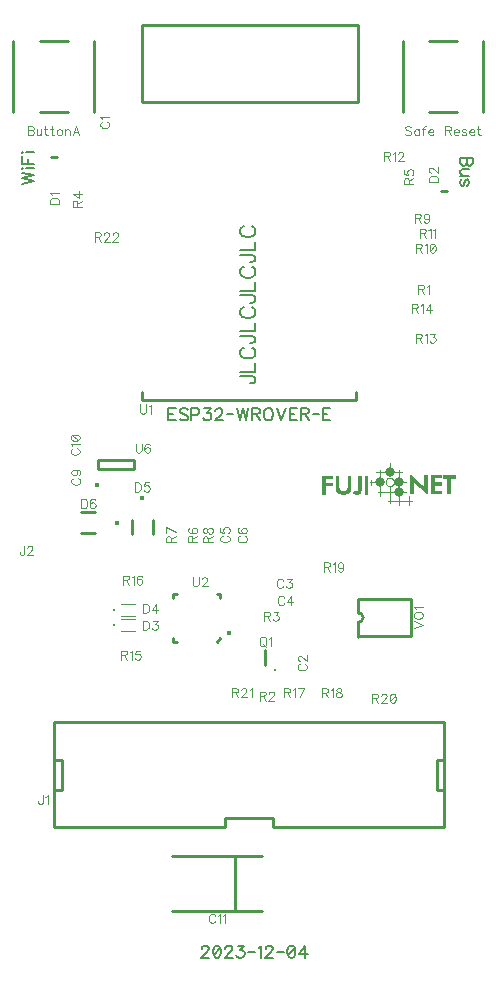
<source format=gbr>
G04 DipTrace 3.3.1.3*
G04 TopSilk.gbr*
%MOIN*%
G04 #@! TF.FileFunction,Legend,Top*
G04 #@! TF.Part,Single*
%ADD10C,0.009843*%
%ADD12C,0.003*%
%ADD14C,0.007874*%
%ADD23C,0.003937*%
%ADD25C,0.015746*%
%ADD27C,0.015762*%
%ADD34C,0.012503*%
%ADD43O,0.016153X0.01536*%
%ADD53C,0.015401*%
%ADD56O,0.032613X0.032485*%
%ADD57C,0.032568*%
%ADD121C,0.004632*%
%ADD122C,0.006176*%
%ADD123C,0.00772*%
%FSLAX26Y26*%
G04*
G70*
G90*
G75*
G01*
G04 TopSilk*
%LPD*%
X1242315Y603150D2*
D10*
X943107D1*
X1242315Y784252D2*
X943107D1*
X1151780Y603150D2*
Y784252D1*
X540133Y3114215D2*
X559810D1*
X1859790Y3001710D2*
X1840113D1*
X772982Y1575886D2*
D23*
X820223D1*
X772982Y1536516D2*
X820223D1*
D14*
X749361Y1556201D3*
X772983Y1625886D2*
D23*
X820224D1*
X772983Y1586516D2*
X820224D1*
D14*
X749363Y1606201D3*
X879289Y1905948D2*
D10*
Y1858716D1*
X808427Y1905948D2*
Y1858716D1*
D25*
X843858Y1978783D3*
X687173Y1860787D2*
D10*
X639940D1*
X687173Y1931649D2*
X639940D1*
D27*
X760007Y1896218D3*
X1849951Y1006151D2*
D10*
X1825251D1*
Y1106251D2*
Y1006151D1*
X1849951Y1106251D2*
X1825251D1*
X574651Y1006151D2*
X549951D1*
X574651Y1106251D2*
Y1006151D1*
Y1106251D2*
X549951D1*
Y1231201D2*
Y881201D1*
X1849951Y1231201D2*
Y881201D1*
Y1231201D2*
X549951D1*
X1280551Y911301D2*
Y881201D1*
Y911301D2*
X1119351D1*
Y881201D1*
X1849951D2*
X1280551D1*
X1119351D2*
X549951D1*
X1254037Y1420850D2*
Y1470856D1*
D34*
X1285218Y1405962D3*
X1798874Y3265405D2*
D10*
X1892614D1*
X1798874Y3502902D2*
X1892614D1*
X1711369Y3265405D2*
Y3502902D1*
X1980119Y3265405D2*
Y3502902D1*
X501020Y3265405D2*
X594760D1*
X501020Y3502902D2*
X594760D1*
X413515Y3265405D2*
Y3502902D1*
X682264Y3265405D2*
Y3502902D1*
X842603Y3556190D2*
X1561311D1*
Y3299940D1*
X842603D1*
Y3556190D1*
Y2331566D2*
Y2306566D1*
X1480109Y2306191D1*
X1555106Y2306566D2*
Y2331566D1*
Y2306566D2*
X1461341D1*
X1103695Y1512219D2*
X1091904Y1500411D1*
X1103695Y1657888D2*
X1091904D1*
X1103695D2*
Y1646080D1*
X946155Y1657888D2*
Y1646080D1*
Y1657888D2*
X957987D1*
X946155Y1500411D2*
Y1512219D1*
Y1500411D2*
X957987D1*
D43*
X1131052Y1530132D3*
D53*
X691787Y2020826D3*
X697050Y2074892D2*
D10*
X815157D1*
X697050Y2106382D2*
X815157D1*
Y2074892D2*
Y2106382D1*
X697050Y2074892D2*
Y2106382D1*
X1561369Y1517236D2*
X1738534D1*
Y1643197D1*
X1561369D1*
Y1596012D1*
Y1517169D2*
Y1564421D1*
X1562343Y1564455D2*
G03X1562343Y1595978I1847J15762D01*
G01*
X1700228Y2032046D2*
D23*
X1721517Y2031907D1*
X1623814Y2064281D2*
X1710102D1*
X1637222Y2072153D2*
Y1984829D1*
X1668566Y2094243D2*
Y2053915D1*
X1700455Y2072000D2*
Y1955657D1*
X1662678Y1969266D2*
X1743078D1*
X1668702Y2016621D2*
X1668566Y1961311D1*
X1733294Y1986478D2*
Y1955657D1*
X1723827Y2000351D2*
X1628525D1*
X1602253Y2032073D2*
X1636995Y2032198D1*
D56*
X1636542Y2032060D3*
D57*
X1700341Y2031949D3*
X1668498Y2064406D3*
X1700251Y1999658D3*
X1654525Y2032247D2*
D23*
X1654558Y2033231D1*
X1654660Y2034211D1*
X1654828Y2035181D1*
X1655062Y2036137D1*
X1655361Y2037074D1*
X1655723Y2037988D1*
X1656147Y2038873D1*
X1656631Y2039727D1*
X1657172Y2040543D1*
X1657767Y2041320D1*
X1658415Y2042052D1*
X1659111Y2042736D1*
X1659852Y2043370D1*
X1660634Y2043949D1*
X1661455Y2044471D1*
X1662309Y2044933D1*
X1663193Y2045334D1*
X1664102Y2045671D1*
X1665032Y2045942D1*
X1665978Y2046147D1*
X1666936Y2046284D1*
X1667901Y2046353D1*
X1668869D1*
X1669834Y2046284D1*
X1670792Y2046147D1*
X1671738Y2045942D1*
X1672668Y2045671D1*
X1673577Y2045334D1*
X1674461Y2044933D1*
X1675315Y2044471D1*
X1676136Y2043949D1*
X1676919Y2043370D1*
X1677660Y2042736D1*
X1678356Y2042052D1*
X1679003Y2041320D1*
X1679599Y2040543D1*
X1680140Y2039727D1*
X1680623Y2038873D1*
X1681047Y2037988D1*
X1681410Y2037074D1*
X1681709Y2036137D1*
X1681943Y2035181D1*
X1682111Y2034211D1*
X1682212Y2033231D1*
X1682246Y2032247D1*
X1682212Y2031262D1*
X1682111Y2030282D1*
X1681943Y2029312D1*
X1681709Y2028356D1*
X1681410Y2027419D1*
X1681047Y2026506D1*
X1680623Y2025620D1*
X1680140Y2024767D1*
X1679599Y2023950D1*
X1679003Y2023174D1*
X1678356Y2022442D1*
X1677660Y2021757D1*
X1676919Y2021124D1*
X1676136Y2020545D1*
X1675315Y2020023D1*
X1674461Y2019560D1*
X1673577Y2019159D1*
X1672668Y2018823D1*
X1671738Y2018551D1*
X1670792Y2018346D1*
X1669834Y2018209D1*
X1668869Y2018140D1*
X1667901D1*
X1666936Y2018209D1*
X1665978Y2018346D1*
X1665032Y2018551D1*
X1664102Y2018823D1*
X1663193Y2019159D1*
X1662309Y2019560D1*
X1661455Y2020023D1*
X1660634Y2020545D1*
X1659852Y2021124D1*
X1659111Y2021757D1*
X1658415Y2022442D1*
X1657767Y2023174D1*
X1657172Y2023950D1*
X1656631Y2024767D1*
X1656147Y2025620D1*
X1655723Y2026506D1*
X1655361Y2027419D1*
X1655062Y2028356D1*
X1654828Y2029312D1*
X1654660Y2030282D1*
X1654558Y2031262D1*
X1654525Y2032247D1*
X1607055Y2038421D2*
Y2021472D1*
X1736989Y2055213D2*
D12*
X1738489D1*
X1781989D2*
X1790989D1*
X1805989D2*
X1838989D1*
X1844989D2*
X1885489D1*
X1736989Y2053713D2*
X1739989D1*
X1781989D2*
X1790989D1*
X1805989D2*
X1838989D1*
X1844989D2*
X1885489D1*
X1736989Y2052213D2*
X1741489D1*
X1781989D2*
X1790989D1*
X1805989D2*
X1838989D1*
X1844989D2*
X1885489D1*
X1736989Y2050713D2*
X1742989D1*
X1781989D2*
X1790989D1*
X1805989D2*
X1838989D1*
X1844989D2*
X1885489D1*
X1736989Y2049213D2*
X1744489D1*
X1781989D2*
X1790989D1*
X1805989D2*
X1838989D1*
X1844989D2*
X1885489D1*
X1736989Y2047713D2*
X1745989D1*
X1781989D2*
X1790989D1*
X1805989D2*
X1838989D1*
X1844989D2*
X1885489D1*
X1736989Y2046213D2*
X1747489D1*
X1781989D2*
X1790989D1*
X1805989D2*
X1814989D1*
X1859989D2*
X1868989D1*
X1736989Y2044713D2*
X1748989D1*
X1781989D2*
X1790989D1*
X1805989D2*
X1814989D1*
X1859989D2*
X1868989D1*
X1736989Y2043213D2*
X1750489D1*
X1781989D2*
X1790989D1*
X1805989D2*
X1814989D1*
X1859989D2*
X1868989D1*
X1736989Y2041713D2*
X1751989D1*
X1781989D2*
X1790989D1*
X1805989D2*
X1814989D1*
X1859989D2*
X1868989D1*
X1736989Y2040213D2*
X1753495D1*
X1781989D2*
X1790989D1*
X1805989D2*
X1814989D1*
X1859989D2*
X1868989D1*
X1736989Y2038713D2*
X1755048D1*
X1781989D2*
X1790989D1*
X1805989D2*
X1814989D1*
X1859989D2*
X1868989D1*
X1736989Y2037213D2*
X1756739D1*
X1781989D2*
X1790989D1*
X1805989D2*
X1814989D1*
X1859989D2*
X1868989D1*
X1736989Y2035713D2*
X1744489D1*
X1747257D2*
X1758598D1*
X1781989D2*
X1790989D1*
X1805989D2*
X1814989D1*
X1859989D2*
X1868989D1*
X1736989Y2034213D2*
X1744489D1*
X1748385D2*
X1760483D1*
X1781989D2*
X1790989D1*
X1805989D2*
X1814989D1*
X1859989D2*
X1868989D1*
X1736989Y2032713D2*
X1744489D1*
X1749503D2*
X1762244D1*
X1781989D2*
X1790989D1*
X1805989D2*
X1814989D1*
X1859989D2*
X1868989D1*
X1736989Y2031213D2*
X1744489D1*
X1750793D2*
X1763883D1*
X1781989D2*
X1790989D1*
X1805989D2*
X1838989D1*
X1859989D2*
X1868989D1*
X1736989Y2029713D2*
X1744489D1*
X1752345D2*
X1765447D1*
X1781989D2*
X1790989D1*
X1805989D2*
X1838989D1*
X1859989D2*
X1868989D1*
X1736989Y2028213D2*
X1744489D1*
X1754140D2*
X1766973D1*
X1781989D2*
X1790989D1*
X1805989D2*
X1838989D1*
X1859989D2*
X1868989D1*
X1736989Y2026713D2*
X1744489D1*
X1755998D2*
X1768483D1*
X1781989D2*
X1790989D1*
X1805989D2*
X1838989D1*
X1859989D2*
X1868989D1*
X1736989Y2025213D2*
X1744489D1*
X1757750D2*
X1769987D1*
X1781989D2*
X1790989D1*
X1805989D2*
X1838989D1*
X1859989D2*
X1868989D1*
X1736989Y2023713D2*
X1744489D1*
X1759385D2*
X1771488D1*
X1781989D2*
X1790989D1*
X1805989D2*
X1838989D1*
X1859989D2*
X1868989D1*
X1736989Y2022213D2*
X1744489D1*
X1760948D2*
X1772989D1*
X1781989D2*
X1790989D1*
X1805989D2*
X1814989D1*
X1859989D2*
X1868989D1*
X1736989Y2020713D2*
X1744489D1*
X1762473D2*
X1774495D1*
X1781983D2*
X1790989D1*
X1805989D2*
X1814989D1*
X1859989D2*
X1868989D1*
X1736989Y2019213D2*
X1744489D1*
X1763989D2*
X1776052D1*
X1781926D2*
X1790989D1*
X1805989D2*
X1814989D1*
X1859989D2*
X1868989D1*
X1736989Y2017713D2*
X1744489D1*
X1765546D2*
X1777784D1*
X1781694D2*
X1790989D1*
X1805989D2*
X1814989D1*
X1859989D2*
X1868989D1*
X1736989Y2016213D2*
X1744489D1*
X1767238D2*
X1779797D1*
X1781181D2*
X1790989D1*
X1805989D2*
X1814989D1*
X1859989D2*
X1868989D1*
X1736989Y2014713D2*
X1744489D1*
X1769098D2*
X1790989D1*
X1805989D2*
X1814989D1*
X1859989D2*
X1868989D1*
X1736989Y2013213D2*
X1744489D1*
X1770983D2*
X1790989D1*
X1805989D2*
X1814989D1*
X1859989D2*
X1868989D1*
X1736989Y2011713D2*
X1744489D1*
X1772744D2*
X1790989D1*
X1805989D2*
X1814989D1*
X1859989D2*
X1868989D1*
X1736989Y2010213D2*
X1744489D1*
X1774383D2*
X1790989D1*
X1805989D2*
X1814989D1*
X1859989D2*
X1868989D1*
X1736989Y2008713D2*
X1744489D1*
X1775947D2*
X1790989D1*
X1805989D2*
X1814989D1*
X1859989D2*
X1868989D1*
X1736989Y2007213D2*
X1744489D1*
X1777473D2*
X1790989D1*
X1805989D2*
X1814989D1*
X1859989D2*
X1868989D1*
X1736989Y2005713D2*
X1744489D1*
X1778983D2*
X1790989D1*
X1805989D2*
X1814989D1*
X1859989D2*
X1868989D1*
X1736989Y2004213D2*
X1744489D1*
X1780493D2*
X1790989D1*
X1805989D2*
X1814989D1*
X1859989D2*
X1868989D1*
X1736989Y2002713D2*
X1744489D1*
X1782047D2*
X1790989D1*
X1805989D2*
X1838989D1*
X1859989D2*
X1868989D1*
X1736989Y2001213D2*
X1744489D1*
X1783740D2*
X1790989D1*
X1805989D2*
X1838989D1*
X1859989D2*
X1868989D1*
X1736989Y1999713D2*
X1744489D1*
X1785612D2*
X1790989D1*
X1805989D2*
X1838989D1*
X1859989D2*
X1868989D1*
X1736989Y1998213D2*
X1744489D1*
X1787558D2*
X1790989D1*
X1805989D2*
X1838989D1*
X1859989D2*
X1868989D1*
X1736989Y1996713D2*
X1744489D1*
X1789489D2*
X1790989D1*
X1805989D2*
X1838989D1*
X1859989D2*
X1868989D1*
X1736989Y1995213D2*
X1744489D1*
X1805989D2*
X1838989D1*
X1859989D2*
X1868989D1*
X1443473Y2052552D2*
X1476473D1*
X1488473D2*
X1495973D1*
X1528973D2*
X1536473D1*
X1561973D2*
X1570973D1*
X1584473D2*
X1593473D1*
X1443473Y2051052D2*
X1476473D1*
X1488473D2*
X1495973D1*
X1528973D2*
X1536473D1*
X1561973D2*
X1570973D1*
X1584473D2*
X1593473D1*
X1443473Y2049552D2*
X1476473D1*
X1488473D2*
X1495973D1*
X1528973D2*
X1536473D1*
X1561973D2*
X1570973D1*
X1584473D2*
X1593473D1*
X1443473Y2048052D2*
X1476473D1*
X1488473D2*
X1495973D1*
X1528973D2*
X1536473D1*
X1561973D2*
X1570973D1*
X1584473D2*
X1593473D1*
X1443473Y2046552D2*
X1476473D1*
X1488473D2*
X1495973D1*
X1528973D2*
X1536473D1*
X1561973D2*
X1570973D1*
X1584473D2*
X1593473D1*
X1443473Y2045052D2*
X1476473D1*
X1488473D2*
X1495973D1*
X1528973D2*
X1536473D1*
X1561973D2*
X1570973D1*
X1584473D2*
X1593473D1*
X1443473Y2043552D2*
X1452473D1*
X1488473D2*
X1495973D1*
X1528973D2*
X1536473D1*
X1561973D2*
X1570973D1*
X1584473D2*
X1593473D1*
X1443473Y2042052D2*
X1452473D1*
X1488473D2*
X1495973D1*
X1528973D2*
X1536473D1*
X1561973D2*
X1570973D1*
X1584473D2*
X1593473D1*
X1443473Y2040552D2*
X1452473D1*
X1488473D2*
X1495973D1*
X1528973D2*
X1536473D1*
X1561973D2*
X1570973D1*
X1584473D2*
X1593473D1*
X1443473Y2039052D2*
X1452473D1*
X1488473D2*
X1495973D1*
X1528973D2*
X1536473D1*
X1561973D2*
X1570973D1*
X1584473D2*
X1593473D1*
X1443473Y2037552D2*
X1452473D1*
X1488473D2*
X1495973D1*
X1528973D2*
X1536473D1*
X1561973D2*
X1570973D1*
X1584473D2*
X1593473D1*
X1443473Y2036052D2*
X1452473D1*
X1488473D2*
X1495973D1*
X1528973D2*
X1536473D1*
X1561973D2*
X1570973D1*
X1584473D2*
X1593473D1*
X1443473Y2034552D2*
X1452473D1*
X1488473D2*
X1495973D1*
X1528973D2*
X1536473D1*
X1561973D2*
X1570973D1*
X1584473D2*
X1593473D1*
X1443473Y2033052D2*
X1452473D1*
X1488473D2*
X1495973D1*
X1528973D2*
X1536473D1*
X1561973D2*
X1570973D1*
X1584473D2*
X1593473D1*
X1443473Y2031552D2*
X1452473D1*
X1488473D2*
X1495973D1*
X1528973D2*
X1536473D1*
X1561973D2*
X1570973D1*
X1584473D2*
X1593473D1*
X1443473Y2030052D2*
X1452473D1*
X1488473D2*
X1495973D1*
X1528973D2*
X1536473D1*
X1561973D2*
X1570973D1*
X1584473D2*
X1593473D1*
X1443473Y2028552D2*
X1476473D1*
X1488473D2*
X1495973D1*
X1528973D2*
X1536473D1*
X1561973D2*
X1570973D1*
X1584473D2*
X1593473D1*
X1443473Y2027052D2*
X1476473D1*
X1488473D2*
X1495973D1*
X1528973D2*
X1536473D1*
X1561973D2*
X1570973D1*
X1584473D2*
X1593473D1*
X1443473Y2025552D2*
X1476473D1*
X1488473D2*
X1495973D1*
X1528973D2*
X1536473D1*
X1561973D2*
X1570973D1*
X1584473D2*
X1593473D1*
X1443473Y2024052D2*
X1476473D1*
X1488473D2*
X1495973D1*
X1528973D2*
X1536473D1*
X1561973D2*
X1570973D1*
X1584473D2*
X1593473D1*
X1443473Y2022552D2*
X1476473D1*
X1488473D2*
X1495973D1*
X1528973D2*
X1536473D1*
X1561973D2*
X1570973D1*
X1584473D2*
X1593473D1*
X1443473Y2021052D2*
X1476473D1*
X1488473D2*
X1495979D1*
X1528973D2*
X1536473D1*
X1561973D2*
X1570973D1*
X1584473D2*
X1593473D1*
X1443473Y2019552D2*
X1452473D1*
X1488473D2*
X1496032D1*
X1528967D2*
X1536473D1*
X1561973D2*
X1570973D1*
X1584473D2*
X1593473D1*
X1443473Y2018052D2*
X1452473D1*
X1488473D2*
X1496223D1*
X1528915D2*
X1536473D1*
X1561973D2*
X1570973D1*
X1584473D2*
X1593473D1*
X1443473Y2016552D2*
X1452473D1*
X1488473D2*
X1496582D1*
X1528723D2*
X1536473D1*
X1561973D2*
X1570973D1*
X1584473D2*
X1593473D1*
X1443473Y2015052D2*
X1452473D1*
X1488473D2*
X1496967D1*
X1528364D2*
X1536473D1*
X1561973D2*
X1570973D1*
X1584473D2*
X1593473D1*
X1443473Y2013552D2*
X1452473D1*
X1488473D2*
X1497234D1*
X1527974D2*
X1536473D1*
X1561973D2*
X1570973D1*
X1584473D2*
X1593473D1*
X1443473Y2012052D2*
X1452473D1*
X1488479D2*
X1497426D1*
X1527659D2*
X1536467D1*
X1561973D2*
X1570973D1*
X1584473D2*
X1593473D1*
X1443473Y2010552D2*
X1452473D1*
X1488532D2*
X1497687D1*
X1527323D2*
X1536415D1*
X1561973D2*
X1570973D1*
X1584473D2*
X1593473D1*
X1443473Y2009052D2*
X1452473D1*
X1488723D2*
X1498137D1*
X1526836D2*
X1536223D1*
X1561967D2*
X1570973D1*
X1584473D2*
X1593473D1*
X1443473Y2007552D2*
X1452473D1*
X1489088D2*
X1498840D1*
X1526117D2*
X1535858D1*
X1561909D2*
X1570973D1*
X1584473D2*
X1593473D1*
X1443473Y2006052D2*
X1452473D1*
X1489531D2*
X1499761D1*
X1525187D2*
X1535415D1*
X1561641D2*
X1570967D1*
X1584473D2*
X1593473D1*
X1443473Y2004552D2*
X1452473D1*
X1490037D2*
X1502087D1*
X1522860D2*
X1534910D1*
X1561121D2*
X1570915D1*
X1584473D2*
X1593473D1*
X1443473Y2003052D2*
X1452473D1*
X1490732D2*
X1506066D1*
X1518880D2*
X1534214D1*
X1549973D2*
X1551473D1*
X1559238D2*
X1570717D1*
X1584473D2*
X1593473D1*
X1443473Y2001552D2*
X1452473D1*
X1491604D2*
X1512328D1*
X1512618D2*
X1533342D1*
X1548542D2*
X1555082D1*
X1556408D2*
X1570305D1*
X1584473D2*
X1593473D1*
X1443473Y2000052D2*
X1452473D1*
X1492585D2*
X1532361D1*
X1547351D2*
X1569724D1*
X1584473D2*
X1593473D1*
X1443473Y1998552D2*
X1452473D1*
X1493860D2*
X1531086D1*
X1546460D2*
X1569039D1*
X1584473D2*
X1593473D1*
X1443473Y1997052D2*
X1452473D1*
X1495726D2*
X1529220D1*
X1546616D2*
X1568208D1*
X1584473D2*
X1593473D1*
X1443473Y1995552D2*
X1452473D1*
X1498296D2*
X1526650D1*
X1548069D2*
X1567046D1*
X1584473D2*
X1593473D1*
X1443473Y1994052D2*
X1452473D1*
X1501481D2*
X1523465D1*
X1550289D2*
X1565400D1*
X1584473D2*
X1593473D1*
X1443473Y1992552D2*
X1452473D1*
X1504973D2*
X1519973D1*
X1552973D2*
X1563473D1*
X1584473D2*
X1593473D1*
X1736989Y2055213D2*
Y2053713D1*
Y2052213D1*
Y2050713D1*
Y2049213D1*
Y2047713D1*
Y2046213D1*
Y2044713D1*
Y2043213D1*
Y2041713D1*
Y2040213D1*
Y2038713D1*
Y2037213D1*
Y2035713D1*
Y2034213D1*
Y2032713D1*
Y2031213D1*
Y2029713D1*
Y2028213D1*
Y2026713D1*
Y2025213D1*
Y2023713D1*
Y2022213D1*
Y2020713D1*
Y2019213D1*
Y2017713D1*
Y2016213D1*
Y2014713D1*
Y2013213D1*
Y2011713D1*
Y2010213D1*
Y2008713D1*
Y2007213D1*
Y2005713D1*
Y2004213D1*
Y2002713D1*
Y2001213D1*
Y1999713D1*
Y1998213D1*
Y1996713D1*
Y1995213D1*
X1738489Y2055213D2*
X1739989Y2053713D1*
X1741489Y2052213D1*
X1742989Y2050713D1*
X1744489Y2049213D1*
X1745989Y2047713D1*
X1747489Y2046213D1*
X1748989Y2044713D1*
X1750489Y2043213D1*
X1751989Y2041713D1*
X1753495Y2040213D1*
X1755048Y2038713D1*
X1756739Y2037213D1*
X1758598Y2035713D1*
X1760483Y2034213D1*
X1762244Y2032713D1*
X1763883Y2031213D1*
X1765447Y2029713D1*
X1766973Y2028213D1*
X1768483Y2026713D1*
X1769987Y2025213D1*
X1771488Y2023713D1*
X1772989Y2022213D1*
X1774495Y2020713D1*
X1776052Y2019213D1*
X1777784Y2017713D1*
X1779797Y2016213D1*
X1781989Y2014713D1*
Y2055213D2*
Y2053713D1*
Y2052213D1*
Y2050713D1*
Y2049213D1*
Y2047713D1*
Y2046213D1*
Y2044713D1*
Y2043213D1*
Y2041713D1*
Y2040213D1*
Y2038713D1*
Y2037213D1*
Y2035713D1*
Y2034213D1*
Y2032713D1*
Y2031213D1*
Y2029713D1*
Y2028213D1*
Y2026713D1*
Y2025213D1*
Y2023713D1*
Y2022213D1*
X1781983Y2020713D1*
X1781926Y2019213D1*
X1781694Y2017713D1*
X1781181Y2016213D1*
X1780489Y2014713D1*
X1790989Y2055213D2*
Y2053713D1*
Y2052213D1*
Y2050713D1*
Y2049213D1*
Y2047713D1*
Y2046213D1*
Y2044713D1*
Y2043213D1*
Y2041713D1*
Y2040213D1*
Y2038713D1*
Y2037213D1*
Y2035713D1*
Y2034213D1*
Y2032713D1*
Y2031213D1*
Y2029713D1*
Y2028213D1*
Y2026713D1*
Y2025213D1*
Y2023713D1*
Y2022213D1*
Y2020713D1*
Y2019213D1*
Y2017713D1*
Y2016213D1*
Y2014713D1*
Y2013213D1*
Y2011713D1*
Y2010213D1*
Y2008713D1*
Y2007213D1*
Y2005713D1*
Y2004213D1*
Y2002713D1*
Y2001213D1*
Y1999713D1*
Y1998213D1*
Y1996713D1*
X1805989Y2055213D2*
Y2053713D1*
Y2052213D1*
Y2050713D1*
Y2049213D1*
Y2047713D1*
Y2046213D1*
Y2044713D1*
Y2043213D1*
Y2041713D1*
Y2040213D1*
Y2038713D1*
Y2037213D1*
Y2035713D1*
Y2034213D1*
Y2032713D1*
Y2031213D1*
Y2029713D1*
Y2028213D1*
Y2026713D1*
Y2025213D1*
Y2023713D1*
Y2022213D1*
Y2020713D1*
Y2019213D1*
Y2017713D1*
Y2016213D1*
Y2014713D1*
Y2013213D1*
Y2011713D1*
Y2010213D1*
Y2008713D1*
Y2007213D1*
Y2005713D1*
Y2004213D1*
Y2002713D1*
Y2001213D1*
Y1999713D1*
Y1998213D1*
Y1996713D1*
Y1995213D1*
X1838989Y2055213D2*
Y2053713D1*
Y2052213D1*
Y2050713D1*
Y2049213D1*
Y2047713D1*
X1844989Y2055213D2*
Y2053713D1*
Y2052213D1*
Y2050713D1*
Y2049213D1*
Y2047713D1*
Y2046213D1*
X1859989D1*
Y2044713D1*
Y2043213D1*
Y2041713D1*
Y2040213D1*
Y2038713D1*
Y2037213D1*
Y2035713D1*
Y2034213D1*
Y2032713D1*
Y2031213D1*
Y2029713D1*
Y2028213D1*
Y2026713D1*
Y2025213D1*
Y2023713D1*
Y2022213D1*
Y2020713D1*
Y2019213D1*
Y2017713D1*
Y2016213D1*
Y2014713D1*
Y2013213D1*
Y2011713D1*
Y2010213D1*
Y2008713D1*
Y2007213D1*
Y2005713D1*
Y2004213D1*
Y2002713D1*
Y2001213D1*
Y1999713D1*
Y1998213D1*
Y1996713D1*
Y1995213D1*
X1885489Y2055213D2*
Y2053713D1*
Y2052213D1*
Y2050713D1*
Y2049213D1*
Y2047713D1*
Y2046213D1*
X1868989D1*
Y2044713D1*
Y2043213D1*
Y2041713D1*
Y2040213D1*
Y2038713D1*
Y2037213D1*
Y2035713D1*
Y2034213D1*
Y2032713D1*
Y2031213D1*
Y2029713D1*
Y2028213D1*
Y2026713D1*
Y2025213D1*
Y2023713D1*
Y2022213D1*
Y2020713D1*
Y2019213D1*
Y2017713D1*
Y2016213D1*
Y2014713D1*
Y2013213D1*
Y2011713D1*
Y2010213D1*
Y2008713D1*
Y2007213D1*
Y2005713D1*
Y2004213D1*
Y2002713D1*
Y2001213D1*
Y1999713D1*
Y1998213D1*
Y1996713D1*
Y1995213D1*
X1814989Y2047713D2*
Y2046213D1*
Y2044713D1*
Y2043213D1*
Y2041713D1*
Y2040213D1*
Y2038713D1*
Y2037213D1*
Y2035713D1*
Y2034213D1*
Y2032713D1*
Y2031213D1*
X1744489Y2037213D2*
Y2035713D1*
Y2034213D1*
Y2032713D1*
Y2031213D1*
Y2029713D1*
Y2028213D1*
Y2026713D1*
Y2025213D1*
Y2023713D1*
Y2022213D1*
Y2020713D1*
Y2019213D1*
Y2017713D1*
Y2016213D1*
Y2014713D1*
Y2013213D1*
Y2011713D1*
Y2010213D1*
Y2008713D1*
Y2007213D1*
Y2005713D1*
Y2004213D1*
Y2002713D1*
Y2001213D1*
Y1999713D1*
Y1998213D1*
Y1996713D1*
Y1995213D1*
X1745989Y2037213D2*
X1747257Y2035713D1*
X1748385Y2034213D1*
X1749503Y2032713D1*
X1750793Y2031213D1*
X1752345Y2029713D1*
X1754140Y2028213D1*
X1755998Y2026713D1*
X1757750Y2025213D1*
X1759385Y2023713D1*
X1760948Y2022213D1*
X1762473Y2020713D1*
X1763989Y2019213D1*
X1765546Y2017713D1*
X1767238Y2016213D1*
X1769098Y2014713D1*
X1770983Y2013213D1*
X1772744Y2011713D1*
X1774383Y2010213D1*
X1775947Y2008713D1*
X1777473Y2007213D1*
X1778983Y2005713D1*
X1780493Y2004213D1*
X1782047Y2002713D1*
X1783740Y2001213D1*
X1785612Y1999713D1*
X1787558Y1998213D1*
X1789489Y1996713D1*
X1838989Y2031213D2*
Y2029713D1*
Y2028213D1*
Y2026713D1*
Y2025213D1*
Y2023713D1*
X1814989D2*
Y2022213D1*
Y2020713D1*
Y2019213D1*
Y2017713D1*
Y2016213D1*
Y2014713D1*
Y2013213D1*
Y2011713D1*
Y2010213D1*
Y2008713D1*
Y2007213D1*
Y2005713D1*
Y2004213D1*
Y2002713D1*
X1838989D2*
Y2001213D1*
Y1999713D1*
Y1998213D1*
Y1996713D1*
Y1995213D1*
X1443473Y2052552D2*
Y2051052D1*
Y2049552D1*
Y2048052D1*
Y2046552D1*
Y2045052D1*
Y2043552D1*
Y2042052D1*
Y2040552D1*
Y2039052D1*
Y2037552D1*
Y2036052D1*
Y2034552D1*
Y2033052D1*
Y2031552D1*
Y2030052D1*
Y2028552D1*
Y2027052D1*
Y2025552D1*
Y2024052D1*
Y2022552D1*
Y2021052D1*
Y2019552D1*
Y2018052D1*
Y2016552D1*
Y2015052D1*
Y2013552D1*
Y2012052D1*
Y2010552D1*
Y2009052D1*
Y2007552D1*
Y2006052D1*
Y2004552D1*
Y2003052D1*
Y2001552D1*
Y2000052D1*
Y1998552D1*
Y1997052D1*
Y1995552D1*
Y1994052D1*
Y1992552D1*
X1476473Y2052552D2*
Y2051052D1*
Y2049552D1*
Y2048052D1*
Y2046552D1*
Y2045052D1*
X1488473Y2052552D2*
Y2051052D1*
Y2049552D1*
Y2048052D1*
Y2046552D1*
Y2045052D1*
Y2043552D1*
Y2042052D1*
Y2040552D1*
Y2039052D1*
Y2037552D1*
Y2036052D1*
Y2034552D1*
Y2033052D1*
Y2031552D1*
Y2030052D1*
Y2028552D1*
Y2027052D1*
Y2025552D1*
Y2024052D1*
Y2022552D1*
Y2021052D1*
Y2019552D1*
Y2018052D1*
Y2016552D1*
Y2015052D1*
Y2013552D1*
X1488479Y2012052D1*
X1488532Y2010552D1*
X1488723Y2009052D1*
X1489088Y2007552D1*
X1489531Y2006052D1*
X1490037Y2004552D1*
X1490732Y2003052D1*
X1491604Y2001552D1*
X1492585Y2000052D1*
X1493860Y1998552D1*
X1495726Y1997052D1*
X1498296Y1995552D1*
X1501481Y1994052D1*
X1504973Y1992552D1*
X1495973Y2052552D2*
Y2051052D1*
Y2049552D1*
Y2048052D1*
Y2046552D1*
Y2045052D1*
Y2043552D1*
Y2042052D1*
Y2040552D1*
Y2039052D1*
Y2037552D1*
Y2036052D1*
Y2034552D1*
Y2033052D1*
Y2031552D1*
Y2030052D1*
Y2028552D1*
Y2027052D1*
Y2025552D1*
Y2024052D1*
Y2022552D1*
X1495979Y2021052D1*
X1496032Y2019552D1*
X1496223Y2018052D1*
X1496582Y2016552D1*
X1496967Y2015052D1*
X1497234Y2013552D1*
X1497426Y2012052D1*
X1497687Y2010552D1*
X1498137Y2009052D1*
X1498840Y2007552D1*
X1499761Y2006052D1*
X1502087Y2004552D1*
X1506066Y2003052D1*
X1512328Y2001552D1*
X1519973Y2000052D1*
X1528973Y2052552D2*
Y2051052D1*
Y2049552D1*
Y2048052D1*
Y2046552D1*
Y2045052D1*
Y2043552D1*
Y2042052D1*
Y2040552D1*
Y2039052D1*
Y2037552D1*
Y2036052D1*
Y2034552D1*
Y2033052D1*
Y2031552D1*
Y2030052D1*
Y2028552D1*
Y2027052D1*
Y2025552D1*
Y2024052D1*
Y2022552D1*
Y2021052D1*
X1528967Y2019552D1*
X1528915Y2018052D1*
X1528723Y2016552D1*
X1528364Y2015052D1*
X1527974Y2013552D1*
X1527659Y2012052D1*
X1527323Y2010552D1*
X1526836Y2009052D1*
X1526117Y2007552D1*
X1525187Y2006052D1*
X1522860Y2004552D1*
X1518880Y2003052D1*
X1512618Y2001552D1*
X1504973Y2000052D1*
X1536473Y2052552D2*
Y2051052D1*
Y2049552D1*
Y2048052D1*
Y2046552D1*
Y2045052D1*
Y2043552D1*
Y2042052D1*
Y2040552D1*
Y2039052D1*
Y2037552D1*
Y2036052D1*
Y2034552D1*
Y2033052D1*
Y2031552D1*
Y2030052D1*
Y2028552D1*
Y2027052D1*
Y2025552D1*
Y2024052D1*
Y2022552D1*
Y2021052D1*
Y2019552D1*
Y2018052D1*
Y2016552D1*
Y2015052D1*
Y2013552D1*
X1536467Y2012052D1*
X1536415Y2010552D1*
X1536223Y2009052D1*
X1535858Y2007552D1*
X1535415Y2006052D1*
X1534910Y2004552D1*
X1534214Y2003052D1*
X1533342Y2001552D1*
X1532361Y2000052D1*
X1531086Y1998552D1*
X1529220Y1997052D1*
X1526650Y1995552D1*
X1523465Y1994052D1*
X1519973Y1992552D1*
X1561973Y2052552D2*
Y2051052D1*
Y2049552D1*
Y2048052D1*
Y2046552D1*
Y2045052D1*
Y2043552D1*
Y2042052D1*
Y2040552D1*
Y2039052D1*
Y2037552D1*
Y2036052D1*
Y2034552D1*
Y2033052D1*
Y2031552D1*
Y2030052D1*
Y2028552D1*
Y2027052D1*
Y2025552D1*
Y2024052D1*
Y2022552D1*
Y2021052D1*
Y2019552D1*
Y2018052D1*
Y2016552D1*
Y2015052D1*
Y2013552D1*
Y2012052D1*
Y2010552D1*
X1561967Y2009052D1*
X1561909Y2007552D1*
X1561641Y2006052D1*
X1561121Y2004552D1*
X1559238Y2003052D1*
X1556408Y2001552D1*
X1552973Y2000052D1*
X1570973Y2052552D2*
Y2051052D1*
Y2049552D1*
Y2048052D1*
Y2046552D1*
Y2045052D1*
Y2043552D1*
Y2042052D1*
Y2040552D1*
Y2039052D1*
Y2037552D1*
Y2036052D1*
Y2034552D1*
Y2033052D1*
Y2031552D1*
Y2030052D1*
Y2028552D1*
Y2027052D1*
Y2025552D1*
Y2024052D1*
Y2022552D1*
Y2021052D1*
Y2019552D1*
Y2018052D1*
Y2016552D1*
Y2015052D1*
Y2013552D1*
Y2012052D1*
Y2010552D1*
Y2009052D1*
Y2007552D1*
X1570967Y2006052D1*
X1570915Y2004552D1*
X1570717Y2003052D1*
X1570305Y2001552D1*
X1569724Y2000052D1*
X1569039Y1998552D1*
X1568208Y1997052D1*
X1567046Y1995552D1*
X1565400Y1994052D1*
X1563473Y1992552D1*
X1584473Y2052552D2*
Y2051052D1*
Y2049552D1*
Y2048052D1*
Y2046552D1*
Y2045052D1*
Y2043552D1*
Y2042052D1*
Y2040552D1*
Y2039052D1*
Y2037552D1*
Y2036052D1*
Y2034552D1*
Y2033052D1*
Y2031552D1*
Y2030052D1*
Y2028552D1*
Y2027052D1*
Y2025552D1*
Y2024052D1*
Y2022552D1*
Y2021052D1*
Y2019552D1*
Y2018052D1*
Y2016552D1*
Y2015052D1*
Y2013552D1*
Y2012052D1*
Y2010552D1*
Y2009052D1*
Y2007552D1*
Y2006052D1*
Y2004552D1*
Y2003052D1*
Y2001552D1*
Y2000052D1*
Y1998552D1*
Y1997052D1*
Y1995552D1*
Y1994052D1*
Y1992552D1*
X1593473Y2052552D2*
Y2051052D1*
Y2049552D1*
Y2048052D1*
Y2046552D1*
Y2045052D1*
Y2043552D1*
Y2042052D1*
Y2040552D1*
Y2039052D1*
Y2037552D1*
Y2036052D1*
Y2034552D1*
Y2033052D1*
Y2031552D1*
Y2030052D1*
Y2028552D1*
Y2027052D1*
Y2025552D1*
Y2024052D1*
Y2022552D1*
Y2021052D1*
Y2019552D1*
Y2018052D1*
Y2016552D1*
Y2015052D1*
Y2013552D1*
Y2012052D1*
Y2010552D1*
Y2009052D1*
Y2007552D1*
Y2006052D1*
Y2004552D1*
Y2003052D1*
Y2001552D1*
Y2000052D1*
Y1998552D1*
Y1997052D1*
Y1995552D1*
Y1994052D1*
Y1992552D1*
X1452473Y2045052D2*
Y2043552D1*
Y2042052D1*
Y2040552D1*
Y2039052D1*
Y2037552D1*
Y2036052D1*
Y2034552D1*
Y2033052D1*
Y2031552D1*
Y2030052D1*
Y2028552D1*
X1476473D2*
Y2027052D1*
Y2025552D1*
Y2024052D1*
Y2022552D1*
Y2021052D1*
X1452473D2*
Y2019552D1*
Y2018052D1*
Y2016552D1*
Y2015052D1*
Y2013552D1*
Y2012052D1*
Y2010552D1*
Y2009052D1*
Y2007552D1*
Y2006052D1*
Y2004552D1*
Y2003052D1*
Y2001552D1*
Y2000052D1*
Y1998552D1*
Y1997052D1*
Y1995552D1*
Y1994052D1*
Y1992552D1*
X1549973Y2003052D2*
X1548542Y2001552D1*
X1547351Y2000052D1*
X1546460Y1998552D1*
X1546616Y1997052D1*
X1548069Y1995552D1*
X1550289Y1994052D1*
X1552973Y1992552D1*
X1551473Y2003052D2*
X1555082Y2001552D1*
X1558973Y2000052D1*
X710671Y3233136D2*
D121*
X707819Y3231710D1*
X704934Y3228825D1*
X703508Y3225973D1*
Y3220236D1*
X704934Y3217351D1*
X707819Y3214499D1*
X710671Y3213040D1*
X714982Y3211614D1*
X722178D1*
X726456Y3213040D1*
X729341Y3214499D1*
X732193Y3217351D1*
X733652Y3220236D1*
Y3225973D1*
X732193Y3228825D1*
X729341Y3231710D1*
X726456Y3233136D1*
X709279Y3242400D2*
X707820Y3245285D1*
X703542Y3249596D1*
X733652D1*
X1368569Y1425402D2*
X1365717Y1423976D1*
X1362832Y1421091D1*
X1361406Y1418239D1*
Y1412502D1*
X1362832Y1409617D1*
X1365717Y1406765D1*
X1368569Y1405306D1*
X1372880Y1403880D1*
X1380076D1*
X1384354Y1405306D1*
X1387239Y1406765D1*
X1390091Y1409617D1*
X1391550Y1412502D1*
Y1418239D1*
X1390091Y1421090D1*
X1387239Y1423976D1*
X1384354Y1425401D1*
X1368602Y1436124D2*
X1367176D1*
X1364291Y1437550D1*
X1362865Y1438976D1*
X1361439Y1441861D1*
Y1447598D1*
X1362865Y1450450D1*
X1364291Y1451876D1*
X1367176Y1453335D1*
X1370028D1*
X1372913Y1451876D1*
X1377191Y1449024D1*
X1391550Y1434665D1*
Y1454761D1*
X1313047Y1702281D2*
X1311621Y1705133D1*
X1308736Y1708018D1*
X1305884Y1709444D1*
X1300147D1*
X1297262Y1708018D1*
X1294410Y1705133D1*
X1292951Y1702281D1*
X1291525Y1697970D1*
Y1690774D1*
X1292951Y1686496D1*
X1294410Y1683611D1*
X1297262Y1680759D1*
X1300147Y1679300D1*
X1305884D1*
X1308736Y1680759D1*
X1311621Y1683611D1*
X1313047Y1686496D1*
X1325196Y1709411D2*
X1340948D1*
X1332359Y1697937D1*
X1336670D1*
X1339522Y1696511D1*
X1340948Y1695085D1*
X1342407Y1690774D1*
Y1687922D1*
X1340948Y1683611D1*
X1338096Y1680726D1*
X1333785Y1679300D1*
X1329474D1*
X1325196Y1680726D1*
X1323770Y1682185D1*
X1322311Y1685037D1*
X1316334Y1644953D2*
X1314908Y1647805D1*
X1312023Y1650690D1*
X1309171Y1652116D1*
X1303434D1*
X1300549Y1650690D1*
X1297697Y1647805D1*
X1296238Y1644953D1*
X1294812Y1640642D1*
Y1633446D1*
X1296238Y1629168D1*
X1297697Y1626283D1*
X1300549Y1623431D1*
X1303434Y1621972D1*
X1309171D1*
X1312023Y1623431D1*
X1314908Y1626283D1*
X1316334Y1629168D1*
X1339957Y1621972D2*
Y1652083D1*
X1325598Y1632020D1*
X1347120D1*
X1111199Y1852896D2*
X1108347Y1851470D1*
X1105462Y1848585D1*
X1104036Y1845733D1*
Y1839996D1*
X1105462Y1837111D1*
X1108347Y1834259D1*
X1111199Y1832800D1*
X1115510Y1831374D1*
X1122706D1*
X1126984Y1832800D1*
X1129869Y1834259D1*
X1132721Y1837111D1*
X1134180Y1839996D1*
Y1845733D1*
X1132721Y1848585D1*
X1129869Y1851470D1*
X1126984Y1852896D1*
X1104069Y1879371D2*
Y1865045D1*
X1116969Y1863619D1*
X1115543Y1865045D1*
X1114084Y1869356D1*
Y1873634D1*
X1115543Y1877945D1*
X1118395Y1880830D1*
X1122706Y1882256D1*
X1125558D1*
X1129869Y1880830D1*
X1132754Y1877945D1*
X1134180Y1873634D1*
Y1869356D1*
X1132754Y1865045D1*
X1131295Y1863619D1*
X1128443Y1862160D1*
X1169194Y1852295D2*
X1166342Y1850869D1*
X1163457Y1847984D1*
X1162031Y1845132D1*
Y1839395D1*
X1163457Y1836510D1*
X1166342Y1833658D1*
X1169194Y1832199D1*
X1173505Y1830773D1*
X1180701D1*
X1184979Y1832199D1*
X1187864Y1833658D1*
X1190716Y1836510D1*
X1192175Y1839395D1*
Y1845132D1*
X1190716Y1847984D1*
X1187864Y1850869D1*
X1184979Y1852295D1*
X1166342Y1878770D2*
X1163490Y1877344D1*
X1162064Y1873033D1*
Y1870181D1*
X1163490Y1865870D1*
X1167801Y1862985D1*
X1174964Y1861559D1*
X1182127D1*
X1187864Y1862985D1*
X1190749Y1865870D1*
X1192175Y1870181D1*
Y1871607D1*
X1190749Y1875884D1*
X1187864Y1878770D1*
X1183553Y1880195D1*
X1182127D1*
X1177816Y1878770D1*
X1174964Y1875884D1*
X1173538Y1871607D1*
Y1870181D1*
X1174964Y1865870D1*
X1177816Y1862985D1*
X1182127Y1861559D1*
X614455Y2045202D2*
X611603Y2043776D1*
X608718Y2040891D1*
X607292Y2038040D1*
Y2032303D1*
X608718Y2029417D1*
X611603Y2026566D1*
X614455Y2025106D1*
X618766Y2023680D1*
X625962D1*
X630240Y2025106D1*
X633125Y2026566D1*
X635977Y2029417D1*
X637436Y2032302D1*
Y2038039D1*
X635977Y2040891D1*
X633125Y2043776D1*
X630240Y2045202D1*
X617340Y2073136D2*
X621651Y2071677D1*
X624536Y2068825D1*
X625962Y2064514D1*
Y2063088D1*
X624536Y2058777D1*
X621651Y2055925D1*
X617340Y2054466D1*
X615914D1*
X611603Y2055925D1*
X608751Y2058777D1*
X607325Y2063088D1*
Y2064514D1*
X608751Y2068825D1*
X611603Y2071677D1*
X617340Y2073136D1*
X624536D1*
X631699Y2071677D1*
X636010Y2068825D1*
X637436Y2064514D1*
Y2061662D1*
X636010Y2057351D1*
X633125Y2055925D1*
X611578Y2144050D2*
X608726Y2142624D1*
X605841Y2139739D1*
X604415Y2136887D1*
Y2131150D1*
X605841Y2128265D1*
X608726Y2125413D1*
X611578Y2123954D1*
X615889Y2122528D1*
X623085D1*
X627363Y2123954D1*
X630248Y2125413D1*
X633100Y2128265D1*
X634559Y2131150D1*
Y2136887D1*
X633100Y2139739D1*
X630248Y2142624D1*
X627363Y2144050D1*
X610185Y2153313D2*
X608726Y2156198D1*
X604448Y2160509D1*
X634559D1*
X604448Y2178395D2*
X605874Y2174084D1*
X610185Y2171199D1*
X617348Y2169773D1*
X621659D1*
X628822Y2171199D1*
X633133Y2174084D1*
X634559Y2178395D1*
Y2181247D1*
X633133Y2185558D1*
X628822Y2188410D1*
X621659Y2189869D1*
X617348D1*
X610185Y2188410D1*
X605874Y2185558D1*
X604448Y2181247D1*
Y2178395D1*
X610185Y2188410D2*
X628822Y2171199D1*
X1087013Y585811D2*
X1085587Y588663D1*
X1082702Y591548D1*
X1079850Y592974D1*
X1074113D1*
X1071228Y591548D1*
X1068376Y588663D1*
X1066917Y585811D1*
X1065491Y581500D1*
Y574304D1*
X1066917Y570026D1*
X1068376Y567141D1*
X1071228Y564290D1*
X1074113Y562830D1*
X1079850D1*
X1082702Y564290D1*
X1085587Y567141D1*
X1087013Y570026D1*
X1096276Y587204D2*
X1099161Y588663D1*
X1103472Y592941D1*
Y562830D1*
X1112736Y587204D2*
X1115621Y588663D1*
X1119932Y592941D1*
Y562830D1*
X536008Y2959243D2*
X566152D1*
Y2969291D1*
X564693Y2973602D1*
X561841Y2976487D1*
X558956Y2977913D1*
X554679Y2979339D1*
X547482D1*
X543171Y2977913D1*
X540319Y2976487D1*
X537434Y2973602D1*
X536008Y2969291D1*
Y2959243D1*
X541779Y2988603D2*
X540319Y2991488D1*
X536042Y2995799D1*
X566152D1*
X1798906Y3032427D2*
X1829050D1*
Y3042475D1*
X1827591Y3046786D1*
X1824739Y3049671D1*
X1821854Y3051097D1*
X1817576Y3052523D1*
X1810380D1*
X1806069Y3051097D1*
X1803217Y3049671D1*
X1800332Y3046786D1*
X1798906Y3042475D1*
Y3032427D1*
X1806102Y3063246D2*
X1804676D1*
X1801791Y3064672D1*
X1800365Y3066098D1*
X1798939Y3068983D1*
Y3074720D1*
X1800365Y3077572D1*
X1801791Y3078998D1*
X1804676Y3080457D1*
X1807528D1*
X1810413Y3078998D1*
X1814691Y3076146D1*
X1829050Y3061787D1*
Y3081883D1*
X846237Y1569820D2*
Y1539676D1*
X856285D1*
X860596Y1541135D1*
X863481Y1543987D1*
X864907Y1546872D1*
X866333Y1551150D1*
Y1558346D1*
X864907Y1562657D1*
X863481Y1565509D1*
X860596Y1568394D1*
X856285Y1569820D1*
X846237D1*
X878481Y1569787D2*
X894233D1*
X885644Y1558313D1*
X889955D1*
X892807Y1556887D1*
X894233Y1555461D1*
X895692Y1551150D1*
Y1548298D1*
X894233Y1543987D1*
X891381Y1541102D1*
X887070Y1539676D1*
X882759D1*
X878481Y1541102D1*
X877055Y1542561D1*
X875596Y1545413D1*
X845525Y1626070D2*
Y1595926D1*
X855573D1*
X859884Y1597385D1*
X862769Y1600237D1*
X864195Y1603122D1*
X865621Y1607400D1*
Y1614596D1*
X864195Y1618907D1*
X862769Y1621759D1*
X859884Y1624644D1*
X855573Y1626070D1*
X845525D1*
X889244Y1595926D2*
Y1626037D1*
X874885Y1605974D1*
X896407D1*
X819130Y2030598D2*
Y2000454D1*
X829178D1*
X833490Y2001913D1*
X836375Y2004765D1*
X837801Y2007650D1*
X839226Y2011928D1*
Y2019124D1*
X837801Y2023435D1*
X836375Y2026287D1*
X833490Y2029172D1*
X829178Y2030598D1*
X819130D1*
X865701Y2030565D2*
X851375D1*
X849949Y2017665D1*
X851375Y2019091D1*
X855686Y2020550D1*
X859964D1*
X864275Y2019091D1*
X867160Y2016239D1*
X868586Y2011928D1*
Y2009076D1*
X867160Y2004765D1*
X864275Y2001880D1*
X859964Y2000454D1*
X855686D1*
X851375Y2001880D1*
X849949Y2003339D1*
X848490Y2006191D1*
X639855Y1975583D2*
Y1945439D1*
X649903D1*
X654214Y1946898D1*
X657099Y1949750D1*
X658525Y1952635D1*
X659951Y1956913D1*
Y1964109D1*
X658525Y1968420D1*
X657099Y1971272D1*
X654214Y1974157D1*
X649903Y1975583D1*
X639855D1*
X686425Y1971272D2*
X684999Y1974124D1*
X680688Y1975550D1*
X677836D1*
X673525Y1974124D1*
X670640Y1969813D1*
X669214Y1962650D1*
Y1955487D1*
X670640Y1949750D1*
X673525Y1946865D1*
X677836Y1945439D1*
X679262D1*
X683540Y1946865D1*
X686425Y1949750D1*
X687851Y1954061D1*
Y1955487D1*
X686425Y1959798D1*
X683540Y1962650D1*
X679262Y1964076D1*
X677836D1*
X673525Y1962650D1*
X670640Y1959798D1*
X669214Y1955487D1*
X511401Y987635D2*
Y964687D1*
X509975Y960376D1*
X508516Y958950D1*
X505664Y957491D1*
X502779D1*
X499927Y958950D1*
X498501Y960376D1*
X497042Y964687D1*
Y967539D1*
X520665Y981864D2*
X523550Y983324D1*
X527861Y987601D1*
Y957491D1*
X449244Y1819032D2*
Y1796084D1*
X447818Y1791773D1*
X446359Y1790347D1*
X443507Y1788888D1*
X440622D1*
X437770Y1790347D1*
X436344Y1791773D1*
X434885Y1796084D1*
Y1798936D1*
X459966Y1811836D2*
Y1813262D1*
X461392Y1816147D1*
X462818Y1817573D1*
X465703Y1818999D1*
X471440D1*
X474292Y1817573D1*
X475718Y1816147D1*
X477177Y1813262D1*
Y1810410D1*
X475718Y1807525D1*
X472866Y1803247D1*
X458507Y1788888D1*
X478603D1*
X1242938Y1515378D2*
X1240087Y1513986D1*
X1237201Y1511101D1*
X1235776Y1508215D1*
X1234316Y1503904D1*
Y1496742D1*
X1235776Y1492430D1*
X1237201Y1489579D1*
X1240087Y1486694D1*
X1242938Y1485268D1*
X1248675D1*
X1251560Y1486694D1*
X1254412Y1489579D1*
X1255838Y1492430D1*
X1257297Y1496742D1*
Y1503904D1*
X1255838Y1508215D1*
X1254412Y1511101D1*
X1251560Y1513986D1*
X1248675Y1515378D1*
X1242938D1*
X1247249Y1491005D2*
X1255838Y1482382D1*
X1266561Y1509608D2*
X1269446Y1511067D1*
X1273757Y1515345D1*
Y1485234D1*
X1763514Y2674556D2*
X1776413D1*
X1780724Y2676016D1*
X1782184Y2677442D1*
X1783610Y2680293D1*
Y2683178D1*
X1782184Y2686030D1*
X1780724Y2687490D1*
X1776413Y2688915D1*
X1763514D1*
Y2658771D1*
X1773562Y2674556D2*
X1783610Y2658771D1*
X1792873Y2683145D2*
X1795758Y2684604D1*
X1800069Y2688882D1*
Y2658771D1*
X1234575Y1319106D2*
X1247475D1*
X1251786Y1320565D1*
X1253245Y1321991D1*
X1254671Y1324843D1*
Y1327728D1*
X1253245Y1330580D1*
X1251786Y1332039D1*
X1247475Y1333465D1*
X1234575D1*
Y1303321D1*
X1244623Y1319106D2*
X1254671Y1303321D1*
X1265394Y1326269D2*
Y1327695D1*
X1266820Y1330580D1*
X1268246Y1332006D1*
X1271131Y1333432D1*
X1276868D1*
X1279720Y1332006D1*
X1281146Y1330580D1*
X1282605Y1327695D1*
Y1324843D1*
X1281146Y1321958D1*
X1278294Y1317680D1*
X1263935Y1303321D1*
X1284031D1*
X1248922Y1584944D2*
X1261822D1*
X1266133Y1586403D1*
X1267592Y1587829D1*
X1269018Y1590681D1*
Y1593566D1*
X1267592Y1596418D1*
X1266133Y1597877D1*
X1261822Y1599303D1*
X1248922D1*
Y1569159D1*
X1258970Y1584944D2*
X1269018Y1569159D1*
X1281166Y1599269D2*
X1296918D1*
X1288329Y1587795D1*
X1292640D1*
X1295492Y1586370D1*
X1296918Y1584944D1*
X1298377Y1580633D1*
Y1577781D1*
X1296918Y1573470D1*
X1294066Y1570585D1*
X1289755Y1569159D1*
X1285444D1*
X1281166Y1570585D1*
X1279740Y1572044D1*
X1278281Y1574896D1*
X625765Y2950101D2*
Y2963001D1*
X624306Y2967312D1*
X622880Y2968771D1*
X620028Y2970197D1*
X617143D1*
X614291Y2968771D1*
X612832Y2967312D1*
X611406Y2963001D1*
Y2950101D1*
X641550D1*
X625765Y2960149D2*
X641550Y2970197D1*
Y2993820D2*
X611439D1*
X631502Y2979461D1*
Y3000983D1*
X1731577Y3025814D2*
Y3038714D1*
X1730118Y3043025D1*
X1728692Y3044484D1*
X1725840Y3045910D1*
X1722955D1*
X1720104Y3044484D1*
X1718644Y3043025D1*
X1717218Y3038714D1*
Y3025814D1*
X1747362D1*
X1731577Y3035862D2*
X1747362Y3045910D1*
X1717252Y3072385D2*
Y3058059D1*
X1730152Y3056633D1*
X1728726Y3058059D1*
X1727266Y3062370D1*
Y3066648D1*
X1728726Y3070959D1*
X1731577Y3073844D1*
X1735888Y3075270D1*
X1738740D1*
X1743051Y3073844D1*
X1745936Y3070959D1*
X1747362Y3066648D1*
Y3062370D1*
X1745936Y3058059D1*
X1744477Y3056633D1*
X1741625Y3055174D1*
X1010399Y1832153D2*
Y1845053D1*
X1008940Y1849364D1*
X1007514Y1850823D1*
X1004662Y1852249D1*
X1001777D1*
X998925Y1850823D1*
X997466Y1849364D1*
X996040Y1845053D1*
Y1832153D1*
X1026184D1*
X1010399Y1842201D2*
X1026184Y1852249D1*
X1000351Y1878723D2*
X997499Y1877297D1*
X996073Y1872986D1*
Y1870134D1*
X997499Y1865823D1*
X1001810Y1862938D1*
X1008973Y1861512D1*
X1016136D1*
X1021873Y1862938D1*
X1024758Y1865823D1*
X1026184Y1870134D1*
Y1871560D1*
X1024758Y1875838D1*
X1021873Y1878723D1*
X1017562Y1880149D1*
X1016136D1*
X1011825Y1878723D1*
X1008973Y1875838D1*
X1007547Y1871560D1*
Y1870134D1*
X1008973Y1865823D1*
X1011825Y1862938D1*
X1016136Y1861512D1*
X938417Y1831423D2*
Y1844323D1*
X936958Y1848634D1*
X935532Y1850093D1*
X932680Y1851519D1*
X929795D1*
X926943Y1850093D1*
X925484Y1848634D1*
X924058Y1844323D1*
Y1831423D1*
X954202D1*
X938417Y1841471D2*
X954202Y1851519D1*
Y1866520D2*
X924092Y1880879D1*
Y1860783D1*
X1061735Y1830773D2*
Y1843673D1*
X1060276Y1847984D1*
X1058850Y1849443D1*
X1055998Y1850869D1*
X1053113D1*
X1050261Y1849443D1*
X1048802Y1847984D1*
X1047376Y1843673D1*
Y1830773D1*
X1077520D1*
X1061735Y1840821D2*
X1077520Y1850869D1*
X1047409Y1867296D2*
X1048835Y1863018D1*
X1051687Y1861559D1*
X1054572D1*
X1057424Y1863018D1*
X1058883Y1865870D1*
X1060309Y1871607D1*
X1061735Y1875918D1*
X1064620Y1878770D1*
X1067472Y1880195D1*
X1071783D1*
X1074635Y1878770D1*
X1076094Y1877344D1*
X1077520Y1873033D1*
Y1867296D1*
X1076094Y1863018D1*
X1074635Y1861559D1*
X1071783Y1860133D1*
X1067472D1*
X1064620Y1861559D1*
X1061735Y1864444D1*
X1060309Y1868722D1*
X1058883Y1874459D1*
X1057424Y1877344D1*
X1054572Y1878770D1*
X1051687D1*
X1048835Y1877344D1*
X1047409Y1873033D1*
Y1867296D1*
X1751527Y2912055D2*
X1764427D1*
X1768738Y2913514D1*
X1770197Y2914940D1*
X1771623Y2917792D1*
Y2920677D1*
X1770197Y2923529D1*
X1768738Y2924988D1*
X1764427Y2926414D1*
X1751527D1*
Y2896270D1*
X1761575Y2912055D2*
X1771623Y2896270D1*
X1799557Y2916366D2*
X1798098Y2912055D1*
X1795246Y2909170D1*
X1790935Y2907744D1*
X1789509D1*
X1785198Y2909170D1*
X1782346Y2912055D1*
X1780887Y2916366D1*
Y2917792D1*
X1782346Y2922103D1*
X1785198Y2924955D1*
X1789509Y2926381D1*
X1790935D1*
X1795246Y2924955D1*
X1798098Y2922103D1*
X1799557Y2916366D1*
Y2909170D1*
X1798098Y2902007D1*
X1795246Y2897696D1*
X1790935Y2896270D1*
X1788083D1*
X1783772Y2897696D1*
X1782346Y2900581D1*
X1755084Y2812055D2*
X1767984D1*
X1772295Y2813514D1*
X1773754Y2814940D1*
X1775180Y2817792D1*
Y2820677D1*
X1773754Y2823529D1*
X1772295Y2824988D1*
X1767984Y2826414D1*
X1755084D1*
Y2796270D1*
X1765132Y2812055D2*
X1775180Y2796270D1*
X1784444Y2820644D2*
X1787329Y2822103D1*
X1791640Y2826381D1*
Y2796270D1*
X1809526Y2826381D2*
X1805215Y2824955D1*
X1802330Y2820644D1*
X1800904Y2813481D1*
Y2809170D1*
X1802330Y2802007D1*
X1805215Y2797696D1*
X1809526Y2796270D1*
X1812378D1*
X1816689Y2797696D1*
X1819540Y2802007D1*
X1821000Y2809170D1*
Y2813481D1*
X1819540Y2820644D1*
X1816689Y2824955D1*
X1812378Y2826381D1*
X1809526D1*
X1819540Y2820644D2*
X1802330Y2802007D1*
X1767785Y2862055D2*
X1780685D1*
X1784996Y2863514D1*
X1786455Y2864940D1*
X1787881Y2867792D1*
Y2870677D1*
X1786455Y2873529D1*
X1784996Y2874988D1*
X1780685Y2876414D1*
X1767785D1*
Y2846270D1*
X1777833Y2862055D2*
X1787881Y2846270D1*
X1797145Y2870644D2*
X1800030Y2872103D1*
X1804341Y2876381D1*
Y2846270D1*
X1813604Y2870644D2*
X1816489Y2872103D1*
X1820800Y2876381D1*
Y2846270D1*
X1648834Y3117887D2*
X1661734D1*
X1666045Y3119346D1*
X1667504Y3120772D1*
X1668930Y3123624D1*
Y3126509D1*
X1667504Y3129361D1*
X1666045Y3130820D1*
X1661734Y3132246D1*
X1648834D1*
Y3102102D1*
X1658882Y3117887D2*
X1668930Y3102102D1*
X1678193Y3126476D2*
X1681078Y3127935D1*
X1685389Y3132213D1*
Y3102102D1*
X1696112Y3125050D2*
Y3126476D1*
X1697538Y3129361D1*
X1698964Y3130787D1*
X1701849Y3132213D1*
X1707586D1*
X1710438Y3130787D1*
X1711864Y3129361D1*
X1713323Y3126476D1*
Y3123624D1*
X1711864Y3120739D1*
X1709012Y3116461D1*
X1694653Y3102102D1*
X1714749D1*
X1755084Y2512055D2*
X1767984D1*
X1772295Y2513514D1*
X1773754Y2514940D1*
X1775180Y2517792D1*
Y2520677D1*
X1773754Y2523529D1*
X1772295Y2524988D1*
X1767984Y2526414D1*
X1755084D1*
Y2496270D1*
X1765132Y2512055D2*
X1775180Y2496270D1*
X1784444Y2520644D2*
X1787329Y2522103D1*
X1791640Y2526381D1*
Y2496270D1*
X1803789Y2526381D2*
X1819540D1*
X1810952Y2514907D1*
X1815263D1*
X1818115Y2513481D1*
X1819540Y2512055D1*
X1821000Y2507744D1*
Y2504892D1*
X1819540Y2500581D1*
X1816689Y2497696D1*
X1812378Y2496270D1*
X1808067D1*
X1803789Y2497696D1*
X1802363Y2499155D1*
X1800904Y2502007D1*
X1741871Y2611469D2*
X1754771D1*
X1759082Y2612928D1*
X1760541Y2614354D1*
X1761967Y2617205D1*
Y2620091D1*
X1760541Y2622942D1*
X1759082Y2624402D1*
X1754771Y2625828D1*
X1741871D1*
Y2595684D1*
X1751919Y2611469D2*
X1761967Y2595684D1*
X1771231Y2620057D2*
X1774116Y2621517D1*
X1778427Y2625794D1*
Y2595684D1*
X1802050D2*
Y2625794D1*
X1787691Y2605732D1*
X1809213D1*
X772654Y1455804D2*
X785554D1*
X789865Y1457264D1*
X791324Y1458690D1*
X792750Y1461541D1*
Y1464427D1*
X791324Y1467278D1*
X789865Y1468738D1*
X785554Y1470164D1*
X772654D1*
Y1440020D1*
X782702Y1455804D2*
X792750Y1440020D1*
X802014Y1464393D2*
X804899Y1465852D1*
X809210Y1470130D1*
Y1440020D1*
X835684Y1470130D2*
X821358D1*
X819932Y1457230D1*
X821358Y1458656D1*
X825669Y1460116D1*
X829947D1*
X834258Y1458656D1*
X837143Y1455804D1*
X838569Y1451493D1*
Y1448642D1*
X837143Y1444331D1*
X834258Y1441445D1*
X829947Y1440020D1*
X825669D1*
X821358Y1441445D1*
X819932Y1442905D1*
X818473Y1445756D1*
X779633Y1705804D2*
X792533D1*
X796844Y1707264D1*
X798303Y1708690D1*
X799729Y1711541D1*
Y1714427D1*
X798303Y1717278D1*
X796844Y1718738D1*
X792533Y1720164D1*
X779633D1*
Y1690020D1*
X789681Y1705804D2*
X799729Y1690020D1*
X808992Y1714393D2*
X811877Y1715852D1*
X816188Y1720130D1*
Y1690020D1*
X842663Y1715852D2*
X841237Y1718704D1*
X836926Y1720130D1*
X834074D1*
X829763Y1718704D1*
X826878Y1714393D1*
X825452Y1707230D1*
Y1700068D1*
X826878Y1694331D1*
X829763Y1691445D1*
X834074Y1690020D1*
X835500D1*
X839778Y1691445D1*
X842663Y1694331D1*
X844089Y1698642D1*
Y1700068D1*
X842663Y1704379D1*
X839778Y1707230D1*
X835500Y1708656D1*
X834074D1*
X829763Y1707230D1*
X826878Y1704379D1*
X825452Y1700068D1*
X1316403Y1330803D2*
X1329303D1*
X1333614Y1332262D1*
X1335073Y1333688D1*
X1336499Y1336540D1*
Y1339425D1*
X1335073Y1342277D1*
X1333614Y1343736D1*
X1329303Y1345162D1*
X1316403D1*
Y1315018D1*
X1326451Y1330803D2*
X1336499Y1315018D1*
X1345763Y1339392D2*
X1348648Y1340851D1*
X1352959Y1345129D1*
Y1315018D1*
X1367959D2*
X1382318Y1345129D1*
X1362222D1*
X1442764Y1330244D2*
X1455664D1*
X1459975Y1331703D1*
X1461434Y1333129D1*
X1462860Y1335981D1*
Y1338866D1*
X1461434Y1341718D1*
X1459975Y1343177D1*
X1455664Y1344603D1*
X1442764D1*
Y1314459D1*
X1452812Y1330244D2*
X1462860Y1314459D1*
X1472123Y1338833D2*
X1475008Y1340292D1*
X1479319Y1344570D1*
Y1314459D1*
X1495746Y1344570D2*
X1491468Y1343144D1*
X1490009Y1340292D1*
Y1337407D1*
X1491468Y1334555D1*
X1494320Y1333096D1*
X1500057Y1331670D1*
X1504368Y1330244D1*
X1507220Y1327359D1*
X1508646Y1324507D1*
Y1320196D1*
X1507220Y1317344D1*
X1505794Y1315885D1*
X1501483Y1314459D1*
X1495746D1*
X1491468Y1315885D1*
X1490009Y1317344D1*
X1488583Y1320196D1*
Y1324507D1*
X1490009Y1327359D1*
X1492894Y1330244D1*
X1497172Y1331670D1*
X1502909Y1333096D1*
X1505794Y1334555D1*
X1507220Y1337407D1*
Y1340292D1*
X1505794Y1343144D1*
X1501483Y1344570D1*
X1495746D1*
X1449548Y1749555D2*
X1462448D1*
X1466759Y1751014D1*
X1468218Y1752440D1*
X1469644Y1755292D1*
Y1758177D1*
X1468218Y1761029D1*
X1466759Y1762488D1*
X1462448Y1763914D1*
X1449548D1*
Y1733770D1*
X1459596Y1749555D2*
X1469644Y1733770D1*
X1478908Y1758144D2*
X1481793Y1759603D1*
X1486104Y1763881D1*
Y1733770D1*
X1514037Y1753866D2*
X1512578Y1749555D1*
X1509726Y1746670D1*
X1505415Y1745244D1*
X1503989D1*
X1499678Y1746670D1*
X1496826Y1749555D1*
X1495367Y1753866D1*
Y1755292D1*
X1496826Y1759603D1*
X1499678Y1762455D1*
X1503989Y1763881D1*
X1505415D1*
X1509726Y1762455D1*
X1512578Y1759603D1*
X1514037Y1753866D1*
Y1746670D1*
X1512578Y1739507D1*
X1509726Y1735196D1*
X1505415Y1733770D1*
X1502563D1*
X1498252Y1735196D1*
X1496826Y1738081D1*
X1609953Y1311638D2*
X1622853D1*
X1627164Y1313097D1*
X1628623Y1314523D1*
X1630049Y1317375D1*
Y1320260D1*
X1628623Y1323112D1*
X1627164Y1324571D1*
X1622853Y1325997D1*
X1609953D1*
Y1295853D1*
X1620001Y1311638D2*
X1630049Y1295853D1*
X1640772Y1318801D2*
Y1320227D1*
X1642198Y1323112D1*
X1643624Y1324538D1*
X1646509Y1325964D1*
X1652246D1*
X1655098Y1324538D1*
X1656524Y1323112D1*
X1657983Y1320227D1*
Y1317375D1*
X1656524Y1314490D1*
X1653672Y1310212D1*
X1639313Y1295853D1*
X1659409D1*
X1677294Y1325964D2*
X1672983Y1324538D1*
X1670098Y1320227D1*
X1668672Y1313064D1*
Y1308753D1*
X1670098Y1301590D1*
X1672983Y1297279D1*
X1677294Y1295853D1*
X1680146D1*
X1684457Y1297279D1*
X1687309Y1301590D1*
X1688768Y1308753D1*
Y1313064D1*
X1687309Y1320227D1*
X1684457Y1324538D1*
X1680146Y1325964D1*
X1677294D1*
X1687309Y1320227D2*
X1670098Y1301590D1*
X1142584Y1330804D2*
X1155484D1*
X1159795Y1332264D1*
X1161254Y1333690D1*
X1162680Y1336541D1*
Y1339427D1*
X1161254Y1342278D1*
X1159795Y1343738D1*
X1155484Y1345164D1*
X1142584D1*
Y1315020D1*
X1152632Y1330804D2*
X1162680Y1315020D1*
X1173403Y1337967D2*
Y1339393D1*
X1174829Y1342278D1*
X1176255Y1343704D1*
X1179140Y1345130D1*
X1184877D1*
X1187729Y1343704D1*
X1189155Y1342278D1*
X1190614Y1339393D1*
Y1336541D1*
X1189155Y1333656D1*
X1186303Y1329379D1*
X1171944Y1315020D1*
X1192040D1*
X1201303Y1339393D2*
X1204189Y1340852D1*
X1208500Y1345130D1*
Y1315020D1*
X684953Y2849555D2*
X697853D1*
X702164Y2851014D1*
X703623Y2852440D1*
X705049Y2855292D1*
Y2858177D1*
X703623Y2861029D1*
X702164Y2862488D1*
X697853Y2863914D1*
X684953D1*
Y2833770D1*
X695001Y2849555D2*
X705049Y2833770D1*
X715772Y2856718D2*
Y2858144D1*
X717198Y2861029D1*
X718624Y2862455D1*
X721509Y2863881D1*
X727246D1*
X730098Y2862455D1*
X731524Y2861029D1*
X732983Y2858144D1*
Y2855292D1*
X731524Y2852407D1*
X728672Y2848129D1*
X714313Y2833770D1*
X734409D1*
X745132Y2856718D2*
Y2858144D1*
X746558Y2861029D1*
X747983Y2862455D1*
X750869Y2863881D1*
X756606D1*
X759457Y2862455D1*
X760883Y2861029D1*
X762342Y2858144D1*
Y2855292D1*
X760883Y2852407D1*
X758031Y2848129D1*
X743672Y2833770D1*
X763768D1*
X1740321Y3214155D2*
X1737469Y3217041D1*
X1733158Y3218467D1*
X1727421D1*
X1723110Y3217041D1*
X1720225Y3214155D1*
Y3211304D1*
X1721684Y3208419D1*
X1723110Y3206993D1*
X1725962Y3205567D1*
X1734584Y3202682D1*
X1737469Y3201256D1*
X1738895Y3199796D1*
X1740321Y3196945D1*
Y3192634D1*
X1737469Y3189782D1*
X1733158Y3188323D1*
X1727421D1*
X1723110Y3189782D1*
X1720225Y3192634D1*
X1766796Y3208419D2*
Y3188323D1*
Y3204107D2*
X1763944Y3206993D1*
X1761059Y3208419D1*
X1756781D1*
X1753896Y3206993D1*
X1751044Y3204107D1*
X1749585Y3199796D1*
Y3196945D1*
X1751044Y3192634D1*
X1753896Y3189782D1*
X1756781Y3188323D1*
X1761059D1*
X1763944Y3189782D1*
X1766796Y3192634D1*
X1787533Y3218467D2*
X1784681D1*
X1781796Y3217041D1*
X1780370Y3212730D1*
Y3188323D1*
X1776059Y3208419D2*
X1786107D1*
X1796797Y3199796D2*
X1814008D1*
Y3202682D1*
X1812582Y3205567D1*
X1811156Y3206993D1*
X1808271Y3208419D1*
X1803960D1*
X1801108Y3206993D1*
X1798223Y3204107D1*
X1796797Y3199796D1*
Y3196945D1*
X1798223Y3192634D1*
X1801108Y3189782D1*
X1803960Y3188323D1*
X1808271D1*
X1811156Y3189782D1*
X1814008Y3192634D1*
X1852432Y3204107D2*
X1865332D1*
X1869643Y3205567D1*
X1871102Y3206993D1*
X1872528Y3209844D1*
Y3212730D1*
X1871102Y3215581D1*
X1869643Y3217041D1*
X1865332Y3218467D1*
X1852432D1*
Y3188323D1*
X1862480Y3204107D2*
X1872528Y3188323D1*
X1881791Y3199796D2*
X1899002D1*
Y3202682D1*
X1897576Y3205567D1*
X1896150Y3206993D1*
X1893265Y3208419D1*
X1888954D1*
X1886102Y3206993D1*
X1883217Y3204107D1*
X1881791Y3199796D1*
Y3196945D1*
X1883217Y3192634D1*
X1886102Y3189782D1*
X1888954Y3188323D1*
X1893265D1*
X1896150Y3189782D1*
X1899002Y3192634D1*
X1924051Y3204107D2*
X1922625Y3206993D1*
X1918314Y3208419D1*
X1914003D1*
X1909692Y3206993D1*
X1908266Y3204107D1*
X1909692Y3201256D1*
X1912577Y3199796D1*
X1919740Y3198371D1*
X1922625Y3196945D1*
X1924051Y3194059D1*
Y3192634D1*
X1922625Y3189782D1*
X1918314Y3188323D1*
X1914003D1*
X1909692Y3189782D1*
X1908266Y3192634D1*
X1933314Y3199796D2*
X1950525D1*
Y3202682D1*
X1949099Y3205567D1*
X1947673Y3206993D1*
X1944788Y3208419D1*
X1940477D1*
X1937625Y3206993D1*
X1934740Y3204107D1*
X1933314Y3199796D1*
Y3196945D1*
X1934740Y3192634D1*
X1937625Y3189782D1*
X1940477Y3188323D1*
X1944788D1*
X1947673Y3189782D1*
X1950525Y3192634D1*
X1964100Y3218467D2*
Y3194059D1*
X1965526Y3189782D1*
X1968411Y3188323D1*
X1971263D1*
X1959789Y3208419D2*
X1969837D1*
X461967Y3218467D2*
Y3188323D1*
X474900D1*
X479211Y3189782D1*
X480637Y3191208D1*
X482063Y3194059D1*
Y3198371D1*
X480637Y3201256D1*
X479211Y3202682D1*
X474900Y3204107D1*
X479211Y3205567D1*
X480637Y3206993D1*
X482063Y3209844D1*
Y3212730D1*
X480637Y3215581D1*
X479211Y3217041D1*
X474900Y3218467D1*
X461967D1*
Y3204107D2*
X474900D1*
X491326Y3208419D2*
Y3194059D1*
X492752Y3189782D1*
X495637Y3188323D1*
X499948D1*
X502800Y3189782D1*
X507111Y3194059D1*
Y3208419D2*
Y3188323D1*
X520686Y3218467D2*
Y3194059D1*
X522112Y3189782D1*
X524997Y3188323D1*
X527849D1*
X516375Y3208419D2*
X526423D1*
X541423Y3218467D2*
Y3194059D1*
X542849Y3189782D1*
X545734Y3188323D1*
X548586D1*
X537112Y3208419D2*
X547160D1*
X565013D2*
X562161Y3206993D1*
X559276Y3204107D1*
X557850Y3199796D1*
Y3196945D1*
X559276Y3192634D1*
X562161Y3189782D1*
X565013Y3188323D1*
X569324D1*
X572209Y3189782D1*
X575061Y3192634D1*
X576520Y3196945D1*
Y3199796D1*
X575061Y3204107D1*
X572209Y3206993D1*
X569324Y3208419D1*
X565013D1*
X585783D2*
Y3188323D1*
Y3202682D2*
X590094Y3206993D1*
X592979Y3208419D1*
X597257D1*
X600142Y3206993D1*
X601568Y3202682D1*
Y3188323D1*
X633813D2*
X622306Y3218467D1*
X610832Y3188323D1*
X615143Y3198371D2*
X629502D1*
X835931Y2290568D2*
Y2269046D1*
X837357Y2264735D1*
X840242Y2261883D1*
X844553Y2260424D1*
X847405D1*
X851716Y2261883D1*
X854601Y2264735D1*
X856027Y2269046D1*
Y2290568D1*
X865290Y2284798D2*
X868175Y2286257D1*
X872486Y2290535D1*
Y2260424D1*
X1011515Y1714619D2*
Y1693097D1*
X1012941Y1688786D1*
X1015826Y1685934D1*
X1020137Y1684475D1*
X1022989D1*
X1027300Y1685934D1*
X1030185Y1688786D1*
X1031611Y1693097D1*
Y1714619D1*
X1042334Y1707423D2*
Y1708849D1*
X1043760Y1711734D1*
X1045186Y1713160D1*
X1048071Y1714586D1*
X1053808D1*
X1056660Y1713160D1*
X1058085Y1711734D1*
X1059545Y1708849D1*
Y1705997D1*
X1058085Y1703112D1*
X1055234Y1698834D1*
X1040875Y1684475D1*
X1060971D1*
X821423Y2159787D2*
Y2138265D1*
X822849Y2133954D1*
X825734Y2131102D1*
X830045Y2129643D1*
X832897D1*
X837208Y2131102D1*
X840093Y2133954D1*
X841519Y2138265D1*
Y2159787D1*
X867994Y2155476D2*
X866568Y2158328D1*
X862257Y2159754D1*
X859405D1*
X855094Y2158328D1*
X852209Y2154017D1*
X850783Y2146854D1*
Y2139691D1*
X852209Y2133954D1*
X855094Y2131069D1*
X859405Y2129643D1*
X860831D1*
X865108Y2131069D1*
X867994Y2133954D1*
X869419Y2138265D1*
Y2139691D1*
X867994Y2144002D1*
X865108Y2146854D1*
X860831Y2148280D1*
X859405D1*
X855094Y2146854D1*
X852209Y2144002D1*
X850783Y2139691D1*
X1748709Y1544407D2*
X1778853Y1555881D1*
X1748709Y1567355D1*
Y1585241D2*
X1750135Y1582356D1*
X1753020Y1579504D1*
X1755872Y1578045D1*
X1760183Y1576619D1*
X1767379D1*
X1771657Y1578044D1*
X1774542Y1579504D1*
X1777394Y1582355D1*
X1778853Y1585241D1*
Y1590978D1*
X1777394Y1593829D1*
X1774542Y1596715D1*
X1771657Y1598140D1*
X1767379Y1599566D1*
X1760183D1*
X1755872Y1598140D1*
X1753020Y1596715D1*
X1750135Y1593829D1*
X1748709Y1590978D1*
Y1585241D1*
X1754480Y1608830D2*
X1753020Y1611715D1*
X1748743Y1616026D1*
X1778853D1*
X443912Y3025501D2*
D122*
X484104Y3035096D1*
X443912Y3044647D1*
X484104Y3054197D1*
X443912Y3063792D1*
Y3076143D2*
X445813Y3078045D1*
X443912Y3079990D1*
X441967Y3078045D1*
X443912Y3076143D1*
X457309Y3078045D2*
X484104D1*
X443912Y3117235D2*
Y3092342D1*
X484104D1*
X463058D2*
Y3107640D1*
X443912Y3129586D2*
X445813Y3131488D1*
X443912Y3133433D1*
X441967Y3131488D1*
X443912Y3129586D1*
X457309Y3131488D2*
X484104D1*
X1944252Y3113762D2*
X1904060D1*
Y3096518D1*
X1906005Y3090770D1*
X1907907Y3088869D1*
X1911709Y3086968D1*
X1917457D1*
X1921304Y3088869D1*
X1923205Y3090770D1*
X1925107Y3096518D1*
X1927052Y3090770D1*
X1928953Y3088869D1*
X1932756Y3086968D1*
X1936603D1*
X1940405Y3088869D1*
X1942351Y3090770D1*
X1944252Y3096518D1*
Y3113762D1*
X1925107D2*
Y3096518D1*
X1930855Y3074616D2*
X1911709D1*
X1906005Y3072715D1*
X1904060Y3068868D1*
Y3063120D1*
X1906005Y3059318D1*
X1911709Y3053570D1*
X1930855D2*
X1904060D1*
X1925107Y3020172D2*
X1928953Y3022073D1*
X1930855Y3027821D1*
Y3033569D1*
X1928953Y3039317D1*
X1925107Y3041218D1*
X1921304Y3039317D1*
X1919359Y3035470D1*
X1917457Y3025920D1*
X1915556Y3022073D1*
X1911709Y3020172D1*
X1909808D1*
X1906005Y3022073D1*
X1904060Y3027821D1*
Y3033569D1*
X1906005Y3039317D1*
X1909808Y3041218D1*
X1041927Y477195D2*
Y479096D1*
X1043828Y482943D1*
X1045730Y484845D1*
X1049576Y486746D1*
X1057226D1*
X1061028Y484845D1*
X1062929Y482943D1*
X1064875Y479096D1*
Y475294D1*
X1062929Y471447D1*
X1059127Y465743D1*
X1039982Y446598D1*
X1066776D1*
X1090624Y486746D2*
X1084876Y484845D1*
X1081029Y479096D1*
X1079128Y469546D1*
Y463798D1*
X1081029Y454247D1*
X1084876Y448499D1*
X1090624Y446598D1*
X1094426D1*
X1100174Y448499D1*
X1103977Y454247D1*
X1105922Y463798D1*
Y469546D1*
X1103977Y479096D1*
X1100174Y484845D1*
X1094426Y486746D1*
X1090624D1*
X1103977Y479096D2*
X1081029Y454247D1*
X1120219Y477195D2*
Y479096D1*
X1122120Y482943D1*
X1124022Y484845D1*
X1127868Y486746D1*
X1135518D1*
X1139320Y484845D1*
X1141222Y482943D1*
X1143167Y479096D1*
Y475294D1*
X1141222Y471447D1*
X1137419Y465743D1*
X1118274Y446598D1*
X1145068D1*
X1161267Y486746D2*
X1182269D1*
X1170817Y471447D1*
X1176565D1*
X1180368Y469546D1*
X1182269Y467645D1*
X1184214Y461897D1*
Y458094D1*
X1182269Y452346D1*
X1178466Y448499D1*
X1172718Y446598D1*
X1166970D1*
X1161267Y448499D1*
X1159365Y450445D1*
X1157420Y454247D1*
X1196566Y466672D2*
X1218674D1*
X1231025Y479096D2*
X1234872Y481042D1*
X1240620Y486746D1*
Y446598D1*
X1254917Y477195D2*
Y479096D1*
X1256818Y482943D1*
X1258719Y484845D1*
X1262566Y486746D1*
X1270215D1*
X1274018Y484845D1*
X1275919Y482943D1*
X1277865Y479096D1*
Y475294D1*
X1275919Y471447D1*
X1272117Y465743D1*
X1252971Y446598D1*
X1279766D1*
X1292117Y466672D2*
X1314225D1*
X1338073Y486746D2*
X1332325Y484845D1*
X1328478Y479096D1*
X1326576Y469546D1*
Y463798D1*
X1328478Y454247D1*
X1332325Y448499D1*
X1338073Y446598D1*
X1341875D1*
X1347623Y448499D1*
X1351426Y454247D1*
X1353371Y463798D1*
Y469546D1*
X1351426Y479096D1*
X1347623Y484845D1*
X1341875Y486746D1*
X1338073D1*
X1351426Y479096D2*
X1328478Y454247D1*
X1384868Y446598D2*
Y486746D1*
X1365723Y459995D1*
X1394419D1*
X1170118Y2384683D2*
D123*
X1208364D1*
X1215549Y2382306D1*
X1217926Y2379874D1*
X1220358Y2375121D1*
Y2370313D1*
X1217926Y2365559D1*
X1215549Y2363183D1*
X1208364Y2360751D1*
X1203611D1*
X1170118Y2400122D2*
X1220358D1*
Y2428807D1*
X1182056Y2480116D2*
X1177303Y2477739D1*
X1172494Y2472931D1*
X1170118Y2468178D1*
Y2458616D1*
X1172494Y2453808D1*
X1177303Y2449054D1*
X1182056Y2446623D1*
X1189241Y2444246D1*
X1201234D1*
X1208364Y2446623D1*
X1213172Y2449054D1*
X1217926Y2453808D1*
X1220358Y2458616D1*
Y2468178D1*
X1217926Y2472931D1*
X1213172Y2477739D1*
X1208364Y2480116D1*
X1170118Y2519487D2*
X1208364D1*
X1215549Y2517110D1*
X1217926Y2514678D1*
X1220358Y2509925D1*
Y2505117D1*
X1217926Y2500364D1*
X1215549Y2497987D1*
X1208364Y2495555D1*
X1203611D1*
X1170118Y2534926D2*
X1220358D1*
Y2563611D1*
X1182056Y2614920D2*
X1177303Y2612544D1*
X1172494Y2607735D1*
X1170118Y2602982D1*
Y2593420D1*
X1172494Y2588612D1*
X1177303Y2583859D1*
X1182056Y2581427D1*
X1189241Y2579050D1*
X1201234D1*
X1208364Y2581427D1*
X1213172Y2583859D1*
X1217926Y2588612D1*
X1220358Y2593420D1*
Y2602982D1*
X1217926Y2607735D1*
X1213172Y2612544D1*
X1208364Y2614920D1*
X1170118Y2654291D2*
X1208364D1*
X1215549Y2651915D1*
X1217926Y2649483D1*
X1220357Y2644729D1*
Y2639921D1*
X1217926Y2635168D1*
X1215549Y2632791D1*
X1208364Y2630359D1*
X1203611D1*
X1170118Y2669730D2*
X1220357D1*
Y2698415D1*
X1182056Y2749724D2*
X1177303Y2747348D1*
X1172494Y2742539D1*
X1170118Y2737786D1*
Y2728225D1*
X1172494Y2723416D1*
X1177303Y2718663D1*
X1182056Y2716231D1*
X1189241Y2713855D1*
X1201234D1*
X1208364Y2716231D1*
X1213172Y2718663D1*
X1217926Y2723416D1*
X1220357Y2728225D1*
Y2737786D1*
X1217926Y2742539D1*
X1213172Y2747348D1*
X1208364Y2749724D1*
X1170118Y2789095D2*
X1208364D1*
X1215549Y2786719D1*
X1217926Y2784287D1*
X1220357Y2779534D1*
Y2774725D1*
X1217926Y2769972D1*
X1215549Y2767596D1*
X1208364Y2765164D1*
X1203611D1*
X1170118Y2804535D2*
X1220357D1*
Y2833220D1*
X1182056Y2884529D2*
X1177303Y2882152D1*
X1172494Y2877344D1*
X1170118Y2872590D1*
Y2863029D1*
X1172494Y2858220D1*
X1177303Y2853467D1*
X1182056Y2851035D1*
X1189241Y2848659D1*
X1201234D1*
X1208364Y2851035D1*
X1213172Y2853467D1*
X1217926Y2858220D1*
X1220357Y2863029D1*
Y2872590D1*
X1217926Y2877344D1*
X1213172Y2882152D1*
X1208364Y2884529D1*
X955488Y2278231D2*
D122*
X930639D1*
Y2238039D1*
X955488D1*
X930639Y2259086D2*
X945938D1*
X994634Y2272483D2*
X990832Y2276330D1*
X985084Y2278231D1*
X977434D1*
X971686Y2276330D1*
X967840Y2272483D1*
Y2268680D1*
X969785Y2264834D1*
X971686Y2262932D1*
X975489Y2261031D1*
X986985Y2257184D1*
X990832Y2255283D1*
X992733Y2253338D1*
X994634Y2249535D1*
Y2243787D1*
X990832Y2239984D1*
X985084Y2238039D1*
X977434D1*
X971686Y2239984D1*
X967840Y2243787D1*
X1006986Y2257184D2*
X1024230D1*
X1029934Y2259086D1*
X1031879Y2261031D1*
X1033780Y2264834D1*
Y2270582D1*
X1031879Y2274384D1*
X1029934Y2276330D1*
X1024230Y2278231D1*
X1006986D1*
Y2238039D1*
X1049979Y2278187D2*
X1070981D1*
X1059529Y2262888D1*
X1065277D1*
X1069080Y2260987D1*
X1070981Y2259086D1*
X1072926Y2253338D1*
Y2249535D1*
X1070981Y2243787D1*
X1067178Y2239940D1*
X1061430Y2238039D1*
X1055682D1*
X1049979Y2239940D1*
X1048077Y2241886D1*
X1046132Y2245688D1*
X1087223Y2268636D2*
Y2270537D1*
X1089125Y2274384D1*
X1091026Y2276285D1*
X1094873Y2278187D1*
X1102522D1*
X1106324Y2276285D1*
X1108226Y2274384D1*
X1110171Y2270537D1*
Y2266735D1*
X1108226Y2262888D1*
X1104423Y2257184D1*
X1085278Y2238039D1*
X1112072D1*
X1124424Y2258113D2*
X1146532D1*
X1158883Y2278231D2*
X1168478Y2238039D1*
X1178028Y2278231D1*
X1187579Y2238039D1*
X1197174Y2278231D1*
X1209525Y2259086D2*
X1226725D1*
X1232473Y2261031D1*
X1234419Y2262932D1*
X1236320Y2266735D1*
Y2270582D1*
X1234419Y2274384D1*
X1232473Y2276330D1*
X1226725Y2278231D1*
X1209525D1*
Y2238039D1*
X1222923Y2259086D2*
X1236320Y2238039D1*
X1260167Y2278231D2*
X1256321Y2276330D1*
X1252518Y2272483D1*
X1250573Y2268680D1*
X1248671Y2262932D1*
Y2253338D1*
X1250573Y2247634D1*
X1252518Y2243787D1*
X1256321Y2239984D1*
X1260167Y2238039D1*
X1267817D1*
X1271619Y2239984D1*
X1275466Y2243787D1*
X1277367Y2247634D1*
X1279269Y2253338D1*
Y2262932D1*
X1277367Y2268680D1*
X1275466Y2272483D1*
X1271619Y2276330D1*
X1267817Y2278231D1*
X1260167D1*
X1291620D2*
X1306919Y2238039D1*
X1322217Y2278231D1*
X1359418D2*
X1334569D1*
Y2238039D1*
X1359418D1*
X1334569Y2259086D2*
X1349867D1*
X1371769D2*
X1388969D1*
X1394717Y2261031D1*
X1396662Y2262932D1*
X1398564Y2266735D1*
Y2270582D1*
X1396662Y2274384D1*
X1394717Y2276330D1*
X1388969Y2278231D1*
X1371769D1*
Y2238039D1*
X1385166Y2259086D2*
X1398564Y2238039D1*
X1410915Y2258113D2*
X1433023D1*
X1470224Y2278231D2*
X1445374D1*
Y2238039D1*
X1470224D1*
X1445374Y2259086D2*
X1460673D1*
M02*

</source>
